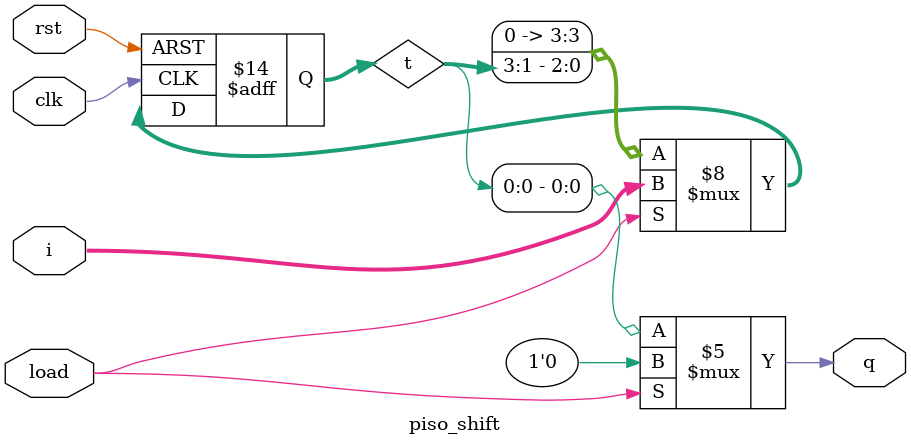
<source format=v>

module piso_shift #(parameter n=4)
(input clk,rst,load,
 input [n-1:0]i,
 output q);
reg w=1'b0;
reg [n-1:0]t;

always @ (posedge clk,negedge rst)
begin
	if(!rst)
	begin
	t<={n{1'b0}};
	w<=1'b0;
	end
	
	else if(load==1)
	begin
	t<=i;
	end
	
	else
	begin
	t<={1'b0,t[n-1:1]};
	w<=t[0];
	end
end

assign q=(!load)?t[0]:1'b0;

endmodule

</source>
